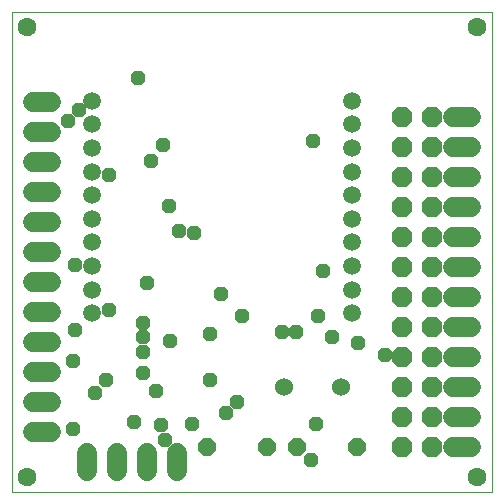
<source format=gbs>
G75*
G70*
%OFA0B0*%
%FSLAX24Y24*%
%IPPOS*%
%LPD*%
%AMOC8*
5,1,8,0,0,1.08239X$1,22.5*
%
%ADD10C,0.0000*%
%ADD11C,0.0631*%
%ADD12C,0.0600*%
%ADD13OC8,0.0600*%
%ADD14C,0.0595*%
%ADD15C,0.0680*%
%ADD16OC8,0.0680*%
%ADD17OC8,0.0480*%
D10*
X000417Y000150D02*
X000417Y016150D01*
X016417Y016150D01*
X016417Y000150D01*
X000417Y000150D01*
X000641Y000650D02*
X000643Y000683D01*
X000649Y000715D01*
X000658Y000746D01*
X000671Y000776D01*
X000688Y000804D01*
X000708Y000830D01*
X000731Y000854D01*
X000756Y000874D01*
X000784Y000892D01*
X000813Y000906D01*
X000844Y000916D01*
X000876Y000923D01*
X000909Y000926D01*
X000942Y000925D01*
X000974Y000920D01*
X001005Y000911D01*
X001036Y000899D01*
X001064Y000883D01*
X001091Y000864D01*
X001115Y000842D01*
X001136Y000817D01*
X001155Y000790D01*
X001170Y000761D01*
X001181Y000731D01*
X001189Y000699D01*
X001193Y000666D01*
X001193Y000634D01*
X001189Y000601D01*
X001181Y000569D01*
X001170Y000539D01*
X001155Y000510D01*
X001136Y000483D01*
X001115Y000458D01*
X001091Y000436D01*
X001064Y000417D01*
X001036Y000401D01*
X001005Y000389D01*
X000974Y000380D01*
X000942Y000375D01*
X000909Y000374D01*
X000876Y000377D01*
X000844Y000384D01*
X000813Y000394D01*
X000784Y000408D01*
X000756Y000426D01*
X000731Y000446D01*
X000708Y000470D01*
X000688Y000496D01*
X000671Y000524D01*
X000658Y000554D01*
X000649Y000585D01*
X000643Y000617D01*
X000641Y000650D01*
X015641Y000650D02*
X015643Y000683D01*
X015649Y000715D01*
X015658Y000746D01*
X015671Y000776D01*
X015688Y000804D01*
X015708Y000830D01*
X015731Y000854D01*
X015756Y000874D01*
X015784Y000892D01*
X015813Y000906D01*
X015844Y000916D01*
X015876Y000923D01*
X015909Y000926D01*
X015942Y000925D01*
X015974Y000920D01*
X016005Y000911D01*
X016036Y000899D01*
X016064Y000883D01*
X016091Y000864D01*
X016115Y000842D01*
X016136Y000817D01*
X016155Y000790D01*
X016170Y000761D01*
X016181Y000731D01*
X016189Y000699D01*
X016193Y000666D01*
X016193Y000634D01*
X016189Y000601D01*
X016181Y000569D01*
X016170Y000539D01*
X016155Y000510D01*
X016136Y000483D01*
X016115Y000458D01*
X016091Y000436D01*
X016064Y000417D01*
X016036Y000401D01*
X016005Y000389D01*
X015974Y000380D01*
X015942Y000375D01*
X015909Y000374D01*
X015876Y000377D01*
X015844Y000384D01*
X015813Y000394D01*
X015784Y000408D01*
X015756Y000426D01*
X015731Y000446D01*
X015708Y000470D01*
X015688Y000496D01*
X015671Y000524D01*
X015658Y000554D01*
X015649Y000585D01*
X015643Y000617D01*
X015641Y000650D01*
X015641Y015650D02*
X015643Y015683D01*
X015649Y015715D01*
X015658Y015746D01*
X015671Y015776D01*
X015688Y015804D01*
X015708Y015830D01*
X015731Y015854D01*
X015756Y015874D01*
X015784Y015892D01*
X015813Y015906D01*
X015844Y015916D01*
X015876Y015923D01*
X015909Y015926D01*
X015942Y015925D01*
X015974Y015920D01*
X016005Y015911D01*
X016036Y015899D01*
X016064Y015883D01*
X016091Y015864D01*
X016115Y015842D01*
X016136Y015817D01*
X016155Y015790D01*
X016170Y015761D01*
X016181Y015731D01*
X016189Y015699D01*
X016193Y015666D01*
X016193Y015634D01*
X016189Y015601D01*
X016181Y015569D01*
X016170Y015539D01*
X016155Y015510D01*
X016136Y015483D01*
X016115Y015458D01*
X016091Y015436D01*
X016064Y015417D01*
X016036Y015401D01*
X016005Y015389D01*
X015974Y015380D01*
X015942Y015375D01*
X015909Y015374D01*
X015876Y015377D01*
X015844Y015384D01*
X015813Y015394D01*
X015784Y015408D01*
X015756Y015426D01*
X015731Y015446D01*
X015708Y015470D01*
X015688Y015496D01*
X015671Y015524D01*
X015658Y015554D01*
X015649Y015585D01*
X015643Y015617D01*
X015641Y015650D01*
X000641Y015650D02*
X000643Y015683D01*
X000649Y015715D01*
X000658Y015746D01*
X000671Y015776D01*
X000688Y015804D01*
X000708Y015830D01*
X000731Y015854D01*
X000756Y015874D01*
X000784Y015892D01*
X000813Y015906D01*
X000844Y015916D01*
X000876Y015923D01*
X000909Y015926D01*
X000942Y015925D01*
X000974Y015920D01*
X001005Y015911D01*
X001036Y015899D01*
X001064Y015883D01*
X001091Y015864D01*
X001115Y015842D01*
X001136Y015817D01*
X001155Y015790D01*
X001170Y015761D01*
X001181Y015731D01*
X001189Y015699D01*
X001193Y015666D01*
X001193Y015634D01*
X001189Y015601D01*
X001181Y015569D01*
X001170Y015539D01*
X001155Y015510D01*
X001136Y015483D01*
X001115Y015458D01*
X001091Y015436D01*
X001064Y015417D01*
X001036Y015401D01*
X001005Y015389D01*
X000974Y015380D01*
X000942Y015375D01*
X000909Y015374D01*
X000876Y015377D01*
X000844Y015384D01*
X000813Y015394D01*
X000784Y015408D01*
X000756Y015426D01*
X000731Y015446D01*
X000708Y015470D01*
X000688Y015496D01*
X000671Y015524D01*
X000658Y015554D01*
X000649Y015585D01*
X000643Y015617D01*
X000641Y015650D01*
D11*
X000917Y015650D03*
X015917Y015650D03*
X015917Y000650D03*
X000917Y000650D03*
D12*
X009467Y003650D03*
X011367Y003650D03*
D13*
X011917Y001650D03*
X009917Y001650D03*
X008917Y001650D03*
X006917Y001650D03*
D14*
X003086Y006107D03*
X003086Y006894D03*
X003086Y007681D03*
X003086Y008469D03*
X003086Y009256D03*
X003086Y010044D03*
X003086Y010831D03*
X003086Y011619D03*
X003086Y012406D03*
X003086Y013193D03*
X011747Y013193D03*
X011747Y012406D03*
X011747Y011619D03*
X011747Y010831D03*
X011747Y010044D03*
X011747Y009256D03*
X011747Y008469D03*
X011747Y007681D03*
X011747Y006894D03*
X011747Y006107D03*
D15*
X015117Y005650D02*
X015717Y005650D01*
X015717Y004650D02*
X015117Y004650D01*
X015117Y003650D02*
X015717Y003650D01*
X015717Y002650D02*
X015117Y002650D01*
X015117Y001650D02*
X015717Y001650D01*
X015717Y006650D02*
X015117Y006650D01*
X015117Y007650D02*
X015717Y007650D01*
X015717Y008650D02*
X015117Y008650D01*
X015117Y009650D02*
X015717Y009650D01*
X015717Y010650D02*
X015117Y010650D01*
X015117Y011650D02*
X015717Y011650D01*
X015717Y012650D02*
X015117Y012650D01*
X005917Y001450D02*
X005917Y000850D01*
X004917Y000850D02*
X004917Y001450D01*
X003917Y001450D02*
X003917Y000850D01*
X002917Y000850D02*
X002917Y001450D01*
X001717Y002150D02*
X001117Y002150D01*
X001117Y003150D02*
X001717Y003150D01*
X001717Y004150D02*
X001117Y004150D01*
X001117Y005150D02*
X001717Y005150D01*
X001717Y006150D02*
X001117Y006150D01*
X001117Y007150D02*
X001717Y007150D01*
X001717Y008150D02*
X001117Y008150D01*
X001117Y009150D02*
X001717Y009150D01*
X001717Y010150D02*
X001117Y010150D01*
X001117Y011150D02*
X001717Y011150D01*
X001717Y012150D02*
X001117Y012150D01*
X001117Y013150D02*
X001717Y013150D01*
D16*
X013417Y012650D03*
X014417Y012650D03*
X014417Y011650D03*
X014417Y010650D03*
X014417Y009650D03*
X014417Y008650D03*
X013417Y008650D03*
X013417Y009650D03*
X013417Y010650D03*
X013417Y011650D03*
X013417Y007650D03*
X014417Y007650D03*
X014417Y006650D03*
X014417Y005650D03*
X014417Y004650D03*
X014417Y003650D03*
X014417Y002650D03*
X014417Y001650D03*
X013417Y001650D03*
X013417Y002650D03*
X013417Y003650D03*
X013417Y004650D03*
X013417Y005650D03*
X013417Y006650D03*
D17*
X011937Y005130D03*
X011097Y005310D03*
X010617Y006030D03*
X009897Y005490D03*
X009417Y005490D03*
X008097Y006030D03*
X007377Y006750D03*
X007017Y005430D03*
X005697Y005190D03*
X004797Y005310D03*
X004797Y004830D03*
X004797Y004110D03*
X005217Y003510D03*
X004497Y002490D03*
X005397Y002370D03*
X005517Y001890D03*
X006417Y002430D03*
X007557Y002790D03*
X007917Y003150D03*
X007017Y003870D03*
X004797Y005790D03*
X003657Y006210D03*
X002517Y005550D03*
X002457Y004530D03*
X003537Y003870D03*
X003177Y003450D03*
X002457Y002250D03*
X004917Y007110D03*
X006477Y008790D03*
X005997Y008850D03*
X005637Y009690D03*
X005037Y011190D03*
X005457Y011730D03*
X003657Y010710D03*
X002277Y012510D03*
X002637Y012870D03*
X004617Y013950D03*
X010437Y011850D03*
X010797Y007530D03*
X012837Y004710D03*
X010557Y002430D03*
X010377Y001230D03*
X002517Y007710D03*
M02*

</source>
